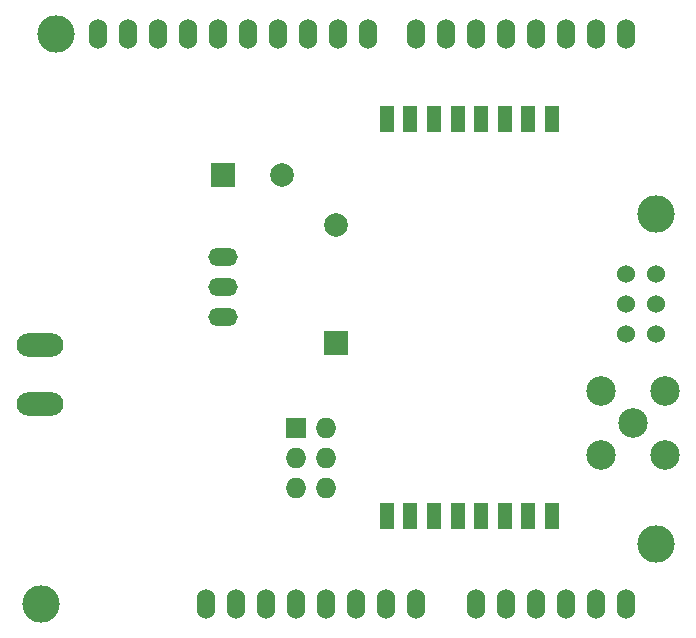
<source format=gbs>
G04 #@! TF.FileFunction,Soldermask,Bot*
%FSLAX46Y46*%
G04 Gerber Fmt 4.6, Leading zero omitted, Abs format (unit mm)*
G04 Created by KiCad (PCBNEW 4.0.1-3.201512221401+6198~38~ubuntu15.10.1-stable) date sáb 13 feb 2016 13:11:59 CLT*
%MOMM*%
G01*
G04 APERTURE LIST*
%ADD10C,0.150000*%
%ADD11O,1.524000X2.540000*%
%ADD12C,3.175000*%
%ADD13C,1.524000*%
%ADD14O,3.962400X1.981200*%
%ADD15C,2.500000*%
%ADD16R,2.000000X2.000000*%
%ADD17C,2.000000*%
%ADD18O,2.499360X1.501140*%
%ADD19R,1.727200X1.727200*%
%ADD20O,1.727200X1.727200*%
%ADD21R,1.300000X2.300000*%
G04 APERTURE END LIST*
D10*
D11*
X82080100Y-82092800D03*
X79540100Y-82092800D03*
X77000100Y-82092800D03*
X69380100Y-82092800D03*
X71920100Y-82092800D03*
X74460100Y-82092800D03*
X64300100Y-82092800D03*
X61760100Y-82092800D03*
X59220100Y-82092800D03*
X54140100Y-82092800D03*
X51600100Y-82092800D03*
X82080100Y-33832800D03*
X79540100Y-33832800D03*
X77000100Y-33832800D03*
X74460100Y-33832800D03*
X71920100Y-33832800D03*
X69380100Y-33832800D03*
X66840100Y-33832800D03*
X64300100Y-33832800D03*
X60236100Y-33832800D03*
X57696100Y-33832800D03*
X55156100Y-33832800D03*
X52616100Y-33832800D03*
X50076100Y-33832800D03*
X47536100Y-33832800D03*
X44996100Y-33832800D03*
X42456100Y-33832800D03*
X56680100Y-82092800D03*
D12*
X84620100Y-77012800D03*
X84620100Y-49072800D03*
X33820100Y-33832800D03*
X32550100Y-82092800D03*
D11*
X39916100Y-33832800D03*
X37376100Y-33832800D03*
X49060100Y-82092800D03*
X46520100Y-82092800D03*
D13*
X82080100Y-54152800D03*
X84620100Y-54152800D03*
X82080100Y-56692800D03*
X84620100Y-56692800D03*
X82080100Y-59232800D03*
X84620100Y-59232800D03*
D14*
X32423100Y-65152400D03*
X32423100Y-60152400D03*
D15*
X85300800Y-69438500D03*
X85300800Y-64038500D03*
X79900800Y-69438500D03*
X79900800Y-64038500D03*
X82600800Y-66738500D03*
D16*
X57467500Y-60020200D03*
D17*
X57467500Y-50020200D03*
D18*
X47917100Y-55257700D03*
X47917100Y-52717700D03*
X47917100Y-57797700D03*
D19*
X54140100Y-67221100D03*
D20*
X56680100Y-67221100D03*
X54140100Y-69761100D03*
X56680100Y-69761100D03*
X54140100Y-72301100D03*
X56680100Y-72301100D03*
D21*
X75780800Y-41008300D03*
X73780800Y-41008300D03*
X71780800Y-41008300D03*
X69780800Y-41008300D03*
X67780800Y-41008300D03*
X65780800Y-41008300D03*
X63780800Y-41008300D03*
X61780800Y-41008300D03*
X75780800Y-74602400D03*
X73780800Y-74602400D03*
X71780800Y-74602400D03*
X69780800Y-74602400D03*
X67780800Y-74602400D03*
X65780800Y-74602400D03*
X63780800Y-74602400D03*
X61780800Y-74602400D03*
D16*
X47891700Y-45770800D03*
D17*
X52891700Y-45770800D03*
M02*

</source>
